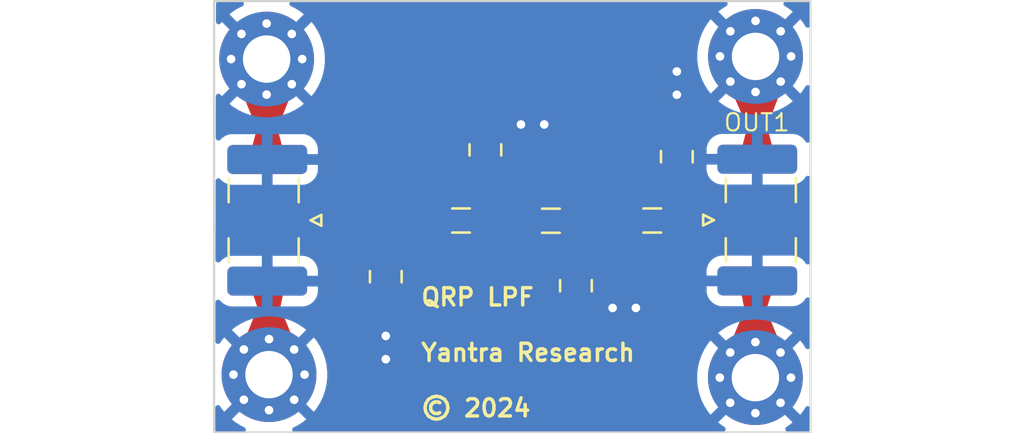
<source format=kicad_pcb>
(kicad_pcb
	(version 20241228)
	(generator "pcbnew")
	(generator_version "9.0")
	(general
		(thickness 1.6)
		(legacy_teardrops no)
	)
	(paper "A4")
	(layers
		(0 "F.Cu" signal)
		(2 "B.Cu" signal)
		(9 "F.Adhes" user "F.Adhesive")
		(11 "B.Adhes" user "B.Adhesive")
		(13 "F.Paste" user)
		(15 "B.Paste" user)
		(5 "F.SilkS" user "F.Silkscreen")
		(7 "B.SilkS" user "B.Silkscreen")
		(1 "F.Mask" user)
		(3 "B.Mask" user)
		(17 "Dwgs.User" user "User.Drawings")
		(19 "Cmts.User" user "User.Comments")
		(21 "Eco1.User" user "User.Eco1")
		(23 "Eco2.User" user "User.Eco2")
		(25 "Edge.Cuts" user)
		(27 "Margin" user)
		(31 "F.CrtYd" user "F.Courtyard")
		(29 "B.CrtYd" user "B.Courtyard")
		(35 "F.Fab" user)
		(33 "B.Fab" user)
		(39 "User.1" signal)
		(41 "User.2" signal)
		(43 "User.3" signal)
		(45 "User.4" signal)
		(47 "User.5" signal)
		(49 "User.6" signal)
		(51 "User.7" signal)
		(53 "User.8" signal)
		(55 "User.9" signal)
	)
	(setup
		(stackup
			(layer "F.SilkS"
				(type "Top Silk Screen")
			)
			(layer "F.Paste"
				(type "Top Solder Paste")
			)
			(layer "F.Mask"
				(type "Top Solder Mask")
				(thickness 0.01)
			)
			(layer "F.Cu"
				(type "copper")
				(thickness 0.035)
			)
			(layer "dielectric 1"
				(type "core")
				(thickness 1.51)
				(material "FR4")
				(epsilon_r 4.5)
				(loss_tangent 0.02)
			)
			(layer "B.Cu"
				(type "copper")
				(thickness 0.035)
			)
			(layer "B.Mask"
				(type "Bottom Solder Mask")
				(thickness 0.01)
			)
			(layer "B.Paste"
				(type "Bottom Solder Paste")
			)
			(layer "B.SilkS"
				(type "Bottom Silk Screen")
			)
			(copper_finish "None")
			(dielectric_constraints no)
		)
		(pad_to_mask_clearance 0)
		(allow_soldermask_bridges_in_footprints no)
		(tenting front back)
		(pcbplotparams
			(layerselection 0x000010fc_ffffffff)
			(plot_on_all_layers_selection 0x00000000_00000000)
			(disableapertmacros no)
			(usegerberextensions no)
			(usegerberattributes yes)
			(usegerberadvancedattributes yes)
			(creategerberjobfile yes)
			(dashed_line_dash_ratio 12.000000)
			(dashed_line_gap_ratio 3.000000)
			(svgprecision 4)
			(plotframeref no)
			(mode 1)
			(useauxorigin no)
			(hpglpennumber 1)
			(hpglpenspeed 20)
			(hpglpendiameter 15.000000)
			(pdf_front_fp_property_popups yes)
			(pdf_back_fp_property_popups yes)
			(pdf_metadata yes)
			(dxfpolygonmode yes)
			(dxfimperialunits yes)
			(dxfusepcbnewfont yes)
			(psnegative no)
			(psa4output no)
			(plotinvisibletext no)
			(sketchpadsonfab no)
			(plotpadnumbers no)
			(hidednponfab no)
			(sketchdnponfab yes)
			(crossoutdnponfab yes)
			(subtractmaskfromsilk no)
			(outputformat 1)
			(mirror no)
			(drillshape 1)
			(scaleselection 1)
			(outputdirectory "")
		)
	)
	(net 0 "")
	(net 1 "GND")
	(net 2 "Net-(IN1-In)")
	(net 3 "Net-(OUT1-In)")
	(net 4 "Net-(C2-Pad1)")
	(net 5 "Net-(C3-Pad1)")
	(footprint "Capacitor_SMD:C_0805_2012Metric_Pad1.18x1.45mm_HandSolder" (layer "F.Cu") (at 102.11 100.8775 -90))
	(pad "2" smd roundrect
		(at 1.0375 0 270)
		(size 1.175 1.45)
		(layers "F.Cu" "F.Mask" "F.Paste")
		(roundrect_rratio 0.212766)
		(net 1 "GND")
		(pintype "passive")
		(teardrops
			(best_length_ratio 0.5)
			(max_length 1)
			(best_width_ratio 1)
			(max_width 2)
			(curved_edges no)filter_ratio 0.9)
		(enabled yes)
		(allow_two_segments yes)
		(prefer_zone_connections yes)
	)
	(uuid "3103dcaa-ee52-4671-bdd2-7b7dbd49bcb6")
)
(embedded_fonts no)
(model "${KICAD8_3DMODEL_DIR}/Capacitor_SMD.3dshapes/C_0805_2012Metric.wrl"
	(offset
		(xyz 0 0 0)
	)
	(scale
		(xyz 1 1 1)
	)
	(rotate
		(xyz 0 0 0)
	)
)
)
(footprint "Capacitor_SMD:C_0805_2012Metric_Pad1.18x1.45mm_HandSolder" (layer "F.Cu") (at 97.91 94.57 90))
(pad "2" smd roundrect
	(at 1.0375 0 90)
	(size 1.175 1.45)
	(layers "F.Cu" "F.Mask" "F.Paste")
	(roundrect_rratio 0.212766)
	(net 1 "GND")
	(pintype "passive")
	(teardrops
		(best_length_ratio 0.5)
		(max_length 1)
		(best_width_ratio 1)
		(max_width 2)
		(curved_edges no)filter_ratio 0.9)
	(enabled yes)
	(allow_two_segments yes)
	(prefer_zone_connections yes)
)
(uuid "2a2d2210-d3c6-45bd-904f-ef6e282eb581")
)
(embedded_fonts no)
(model "${KICAD8_3DMODEL_DIR}/Capacitor_SMD.3dshapes/C_0805_2012Metric.wrl"
	(offset
		(xyz 0 0 0)
	)
	(scale
		(xyz 1 1 1)
	)
	(rotate
		(xyz 0 0 0)
	)
)
)
(footprint "Connector_Coaxial:SMA_Samtec_SMA-J-P-H-ST-EM1_EdgeMount" (layer "F.Cu") (at 110.77 97.83))
(pad "2" smd roundrect
	(at -0.25 -2.825 90)
	(size 1.35 3.7)
	(layers "F.Cu" "F.Mask")
	(roundrect_rratio 0.1851851852)
	(net 1 "GND")
	(pinfunction "Ext")
	(pintype "passive")
	(teardrops
		(best_length_ratio 0.5)
		(max_length 1)
		(best_width_ratio 1)
		(max_width 2)
		(curved_edges no)filter_ratio 0.9)
	(enabled yes)
	(allow_two_segments yes)
	(prefer_zone_connections yes)
)
(uuid "b5fdfbb1-558a-44cb-a1ed-af6d923ec9e4")
)
(pad "2" smd roundrect
	(at -0.25 -2.825 90)
	(size 1.35 3.7)
	(layers "B.Cu" "B.Mask")
	(roundrect_rratio 0.1851851852)
	(net 1 "GND")
	(pinfunction "Ext")
	(pintype "passive")
	(teardrops
		(best_length_ratio 0.5)
		(max_length 1)
		(best_width_ratio 1)
		(max_width 2)
		(curved_edges no)filter_ratio 0.9)
	(enabled yes)
	(allow_two_segments yes)
	(prefer_zone_connections yes)
)
(uuid "1335da2e-d832-421e-b9ba-3ccd23b4887b")
)
(pad "2" smd roundrect
	(at -0.25 2.825 90)
	(size 1.35 3.7)
	(layers "F.Cu" "F.Mask")
	(roundrect_rratio 0.1851851852)
	(net 1 "GND")
	(pinfunction "Ext")
	(pintype "passive")
	(teardrops
		(best_length_ratio 0.5)
		(max_length 1)
		(best_width_ratio 1)
		(max_width 2)
		(curved_edges no)filter_ratio 0.9)
	(enabled yes)
	(allow_two_segments yes)
	(prefer_zone_connections yes)
)
(uuid "6708fd2a-b69a-4118-9558-b45ec971e180")
)
(pad "2" smd roundrect
	(at -0.25 2.825 90)
	(size 1.35 3.7)
	(layers "B.Cu" "B.Mask")
	(roundrect_rratio 0.1851851852)
	(net 1 "GND")
	(pinfunction "Ext")
	(pintype "passive")
	(teardrops
		(best_length_ratio 0.5)
		(max_length 1)
		(best_width_ratio 1)
		(max_width 2)
		(curved_edges no)filter_ratio 0.9)
	(enabled yes)
	(allow_two_segments yes)
	(prefer_zone_connections yes)
)
(uuid "c36edd32-b3b9-41e4-9299-839621b0356b")
)
(embedded_fonts no)
(model "${KICAD8_3DMODEL_DIR}/Connector_Coaxial.3dshapes/SMA_Samtec_SMA-J-P-H-ST-EM1_EdgeMount.wrl"
	(offset
		(xyz 0 0 0)
	)
	(scale
		(xyz 1 1 1)
	)
	(rotate
		(xyz 0 0 0)
	)
)
)
(footprint "Connector_Coaxial:SMA_Samtec_SMA-J-P-H-ST-EM1_EdgeMount" (layer "F.Cu") (at 87.54 97.84 180))
(pad "2" smd roundrect
	(at -0.25 -2.825 270)
	(size 1.35 3.7)
	(layers "F.Cu" "F.Mask")
	(roundrect_rratio 0.1851851852)
	(net 1 "GND")
	(pinfunction "Ext")
	(pintype "passive")
	(teardrops
		(best_length_ratio 0.5)
		(max_length 1)
		(best_width_ratio 1)
		(max_width 2)
		(curved_edges no)filter_ratio 0.9)
	(enabled yes)
	(allow_two_segments yes)
	(prefer_zone_connections yes)
)
(uuid "32d157f2-2d70-4522-9287-e44119cb8673")
)
(pad "2" smd roundrect
	(at -0.25 -2.825 270)
	(size 1.35 3.7)
	(layers "B.Cu" "B.Mask")
	(roundrect_rratio 0.1851851852)
	(net 1 "GND")
	(pinfunction "Ext")
	(pintype "passive")
	(teardrops
		(best_length_ratio 0.5)
		(max_length 1)
		(best_width_ratio 1)
		(max_width 2)
		(curved_edges no)filter_ratio 0.9)
	(enabled yes)
	(allow_two_segments yes)
	(prefer_zone_connections yes)
)
(uuid "f1d2daae-99e3-4325-9703-c11e957da76b")
)
(pad "2" smd roundrect
	(at -0.25 2.825 270)
	(size 1.35 3.7)
	(layers "F.Cu" "F.Mask")
	(roundrect_rratio 0.1851851852)
	(net 1 "GND")
	(pinfunction "Ext")
	(pintype "passive")
	(teardrops
		(best_length_ratio 0.5)
		(max_length 1)
		(best_width_ratio 1)
		(max_width 2)
		(curved_edges no)filter_ratio 0.9)
	(enabled yes)
	(allow_two_segments yes)
	(prefer_zone_connections yes)
)
(uuid "f3c01c15-b9e4-4c53-a8ea-0c9624fabfee")
)
(pad "2" smd roundrect
	(at -0.25 2.825 270)
	(size 1.35 3.7)
	(layers "B.Cu" "B.Mask")
	(roundrect_rratio 0.1851851852)
	(net 1 "GND")
	(pinfunction "Ext")
	(pintype "passive")
	(teardrops
		(best_length_ratio 0.5)
		(max_length 1)
		(best_width_ratio 1)
		(max_width 2)
		(curved_edges no)filter_ratio 0.9)
	(enabled yes)
	(allow_two_segments yes)
	(prefer_zone_connections yes)
)
(uuid "3e2868aa-0455-4300-a07d-5584511b9886")
)
(embedded_fonts no)
(model "${KICAD8_3DMODEL_DIR}/Connector_Coaxial.3dshapes/SMA_Samtec_SMA-J-P-H-ST-EM1_EdgeMount.wrl"
	(offset
		(xyz 0 0 0)
	)
	(scale
		(xyz 1 1 1)
	)
	(rotate
		(xyz 0 0 0)
	)
)
)
(footprint "Capacitor_SMD:C_0805_2012Metric_Pad1.18x1.45mm_HandSolder" (layer "F.Cu") (at 106.79 94.8875 90))
(pad "2" smd roundrect
	(at 1.0375 0 90)
	(size 1.175 1.45)
	(layers "F.Cu" "F.Mask" "F.Paste")
	(roundrect_rratio 0.212766)
	(net 1 "GND")
	(pintype "passive")
	(teardrops
		(best_length_ratio 0.5)
		(max_length 1)
		(best_width_ratio 1)
		(max_width 2)
		(curved_edges no)filter_ratio 0.9)
	(enabled yes)
	(allow_two_segments yes)
	(prefer_zone_connections yes)
)
(uuid "34a85f96-26f3-41d0-ae33-0ee8665da9e9")
)
(embedded_fonts no)
(model "${KICAD8_3DMODEL_DIR}/Capacitor_SMD.3dshapes/C_0805_2012Metric.wrl"
	(offset
		(xyz 0 0 0)
	)
	(scale
		(xyz 1 1 1)
	)
	(rotate
		(xyz 0 0 0)
	)
)
)
(footprint "Inductor_SMD:L_0805_2012Metric_Pad1.05x1.20mm_HandSolder" (layer "F.Cu") (at 100.95 97.86))
(pad "2" smd roundrect
	(at 1.15 0)
	(size 1.05 1.2)
	(layers "F.Cu" "F.Mask" "F.Paste")
	(roundrect_rratio 0.238095)
	(net 5 "Net-(C3-Pad1)")
	(pintype "passive")
	(teardrops
		(best_length_ratio 0.5)
		(max_length 1)
		(best_width_ratio 1)
		(max_width 2)
		(curved_edges no)filter_ratio 0.9)
	(enabled yes)
	(allow_two_segments yes)
	(prefer_zone_connections yes)
)
(uuid "74f6fa62-626e-4054-a2df-388cf3eb2b8f")
)
(embedded_fonts no)
(model "${KICAD8_3DMODEL_DIR}/Inductor_SMD.3dshapes/L_0805_2012Metric.wrl"
	(offset
		(xyz 0 0 0)
	)
	(scale
		(xyz 1 1 1)
	)
	(rotate
		(xyz 0 0 0)
	)
)
)
(footprint "Capacitor_SMD:C_0805_2012Metric_Pad1.18x1.45mm_HandSolder" (layer "F.Cu") (at 93.29 100.46 -90))
(pad "2" smd roundrect
	(at 1.0375 0 270)
	(size 1.175 1.45)
	(layers "F.Cu" "F.Mask" "F.Paste")
	(roundrect_rratio 0.212766)
	(net 1 "GND")
	(pintype "passive")
	(teardrops
		(best_length_ratio 0.5)
		(max_length 1)
		(best_width_ratio 1)
		(max_width 2)
		(curved_edges no)filter_ratio 0.9)
	(enabled yes)
	(allow_two_segments yes)
	(prefer_zone_connections yes)
)
(uuid "e43a55bf-19ee-4f6a-8876-e0ce21c70390")
)
(embedded_fonts no)
(model "${KICAD8_3DMODEL_DIR}/Capacitor_SMD.3dshapes/C_0805_2012Metric.wrl"
	(offset
		(xyz 0 0 0)
	)
	(scale
		(xyz 1 1 1)
	)
	(rotate
		(xyz 0 0 0)
	)
)
)
(footprint "MountingHole:MountingHole_2.2mm_M2_Pad_Via" (layer "F.Cu") (at 87.873274 105.006726))
(pad "1" thru_hole circle
	(at -1.166726 -1.166726)
	(size 0.7 0.7)
	(drill 0.4)
	(layers "*.Cu" "*.Mask")
	(remove_unused_layers no)
	(net 1 "GND")
	(pinfunction "1")
	(pintype "input")
	(zone_connect 2)
	(teardrops
		(best_length_ratio 0.5)
		(max_length 1)
		(best_width_ratio 1)
		(max_width 2)
		(curved_edges no)filter_ratio 0.9)
	(enabled yes)
	(allow_two_segments yes)
	(prefer_zone_connections yes)
)
(uuid "d6491c82-458d-4ef0-92fe-dc969ba3e030")
)
(pad "1" thru_hole circle
	(at -1.166726 1.166726)
	(size 0.7 0.7)
	(drill 0.4)
	(layers "*.Cu" "*.Mask")
	(remove_unused_layers no)
	(net 1 "GND")
	(pinfunction "1")
	(pintype "input")
	(zone_connect 2)
	(teardrops
		(best_length_ratio 0.5)
		(max_length 1)
		(best_width_ratio 1)
		(max_width 2)
		(curved_edges no)filter_ratio 0.9)
	(enabled yes)
	(allow_two_segments yes)
	(prefer_zone_connections yes)
)
(uuid "f46bc4e1-b5ed-4a49-98cf-f51a5b24a7be")
)
(pad "1" thru_hole circle
	(at 0 -1.65)
	(size 0.7 0.7)
	(drill 0.4)
	(layers "*.Cu" "*.Mask")
	(remove_unused_layers no)
	(net 1 "GND")
	(pinfunction "1")
	(pintype "input")
	(zone_connect 2)
	(teardrops
		(best_length_ratio 0.5)
		(max_length 1)
		(best_width_ratio 1)
		(max_width 2)
		(curved_edges no)filter_ratio 0.9)
	(enabled yes)
	(allow_two_segments yes)
	(prefer_zone_connections yes)
)
(uuid "b09ff0a6-e717-4902-8efa-202c5e38984d")
)
(pad "1" thru_hole circle
	(at 0 0)
	(size 4.4 4.4)
	(drill 2.2)
	(layers "*.Cu" "*.Mask")
	(remove_unused_layers no)
	(net 1 "GND")
	(pinfunction "1")
	(pintype "input")
	(teardrops
		(best_length_ratio 0.5)
		(max_length 1)
		(best_width_ratio 1)
		(max_width 2)
		(curved_edges no)filter_ratio 0.9)
	(enabled yes)
	(allow_two_segments yes)
	(prefer_zone_connections yes)
)
(uuid "3516d9ee-ef3b-4e70-9db9-687b75c62f40")
)
(pad "1" thru_hole circle
	(at 0 1.65)
	(size 0.7 0.7)
	(drill 0.4)
	(layers "*.Cu" "*.Mask")
	(remove_unused_layers no)
	(net 1 "GND")
	(pinfunction "1")
	(pintype "input")
	(zone_connect 2)
	(teardrops
		(best_length_ratio 0.5)
		(max_length 1)
		(best_width_ratio 1)
		(max_width 2)
		(curved_edges no)filter_ratio 0.9)
	(enabled yes)
	(allow_two_segments yes)
	(prefer_zone_connections yes)
)
(uuid "77c7be30-9b51-47e5-84ae-533d81261e8a")
)
(pad "1" thru_hole circle
	(at 1.166726 -1.166726)
	(size 0.7 0.7)
	(drill 0.4)
	(layers "*.Cu" "*.Mask")
	(remove_unused_layers no)
	(net 1 "GND")
	(pinfunction "1")
	(pintype "input")
	(zone_connect 2)
	(teardrops
		(best_length_ratio 0.5)
		(max_length 1)
		(best_width_ratio 1)
		(max_width 2)
		(curved_edges no)filter_ratio 0.9)
	(enabled yes)
	(allow_two_segments yes)
	(prefer_zone_connections yes)
)
(uuid "4c0cbc79-80d0-4120-bf62-168398bc7ad5")
)
(pad "1" thru_hole circle
	(at 1.166726 1.166726)
	(size 0.7 0.7)
	(drill 0.4)
	(layers "*.Cu" "*.Mask")
	(remove_unused_layers no)
	(net 1 "GND")
	(pinfunction "1")
	(pintype "input")
	(zone_connect 2)
	(teardrops
		(best_length_ratio 0.5)
		(max_length 1)
		(best_width_ratio 1)
		(max_width 2)
		(curved_edges no)filter_ratio 0.9)
	(enabled yes)
	(allow_two_segments yes)
	(prefer_zone_connections yes)
)
(uuid "b3aa5c63-ac34-419e-a18f-385f545a98d2")
)
(pad "1" thru_hole circle
	(at 1.65 0)
	(size 0.7 0.7)
	(drill 0.4)
	(layers "*.Cu" "*.Mask")
	(remove_unused_layers no)
	(net 1 "GND")
	(pinfunction "1")
	(pintype "input")
	(zone_connect 2)
	(teardrops
		(best_length_ratio 0.5)
		(max_length 1)
		(best_width_ratio 1)
		(max_width 2)
		(curved_edges no)filter_ratio 0.9)
	(enabled yes)
	(allow_two_segments yes)
	(prefer_zone_connections yes)
)
(uuid "ea65e060-5226-4a55-ae91-66b00bda1bdc")
)
(embedded_fonts no)
)
(footprint "Inductor_SMD:L_0805_2012Metric_Pad1.05x1.20mm_HandSolder" (layer "F.Cu") (at 105.65 97.85))
(pad "2" smd roundrect
	(at 1.15 0)
	(size 1.05 1.2)
	(layers "F.Cu" "F.Mask" "F.Paste")
	(roundrect_rratio 0.238095)
	(net 3 "Net-(OUT1-In)")
	(pintype "passive")
	(teardrops
		(best_length_ratio 0.5)
		(max_length 1)
		(best_width_ratio 1)
		(max_width 2)
		(curved_edges no)filter_ratio 0.9)
	(enabled yes)
	(allow_two_segments yes)
	(prefer_zone_connections yes)
)
(uuid "a6b1bba4-fdc3-4969-90e3-795befebf768")
)
(embedded_fonts no)
(model "${KICAD8_3DMODEL_DIR}/Inductor_SMD.3dshapes/L_0805_2012Metric.wrl"
	(offset
		(xyz 0 0 0)
	)
	(scale
		(xyz 1 1 1)
	)
	(rotate
		(xyz 0 0 0)
	)
)
)
(footprint "MountingHole:MountingHole_2.2mm_M2_Pad_Via" (layer "F.Cu") (at 110.44 90.23))
(pad "1" thru_hole circle
	(at -1.166726 -1.166726)
	(size 0.7 0.7)
	(drill 0.4)
	(layers "*.Cu" "*.Mask")
	(remove_unused_layers no)
	(net 1 "GND")
	(pinfunction "1")
	(pintype "input")
	(zone_connect 2)
	(teardrops
		(best_length_ratio 0.5)
		(max_length 1)
		(best_width_ratio 1)
		(max_width 2)
		(curved_edges no)filter_ratio 0.9)
	(enabled yes)
	(allow_two_segments yes)
	(prefer_zone_connections yes)
)
(uuid "1a102ff9-33c0-40e6-b3cf-bd1f35155eaa")
)
(pad "1" thru_hole circle
	(at -1.166726 1.166726)
	(size 0.7 0.7)
	(drill 0.4)
	(layers "*.Cu" "*.Mask")
	(remove_unused_layers no)
	(net 1 "GND")
	(pinfunction "1")
	(pintype "input")
	(zone_connect 2)
	(teardrops
		(best_length_ratio 0.5)
		(max_length 1)
		(best_width_ratio 1)
		(max_width 2)
		(curved_edges no)filter_ratio 0.9)
	(enabled yes)
	(allow_two_segments yes)
	(prefer_zone_connections yes)
)
(uuid "1fe2ba05-286d-4815-879a-8eb6da6e34dc")
)
(pad "1" thru_hole circle
	(at 0 -1.65)
	(size 0.7 0.7)
	(drill 0.4)
	(layers "*.Cu" "*.Mask")
	(remove_unused_layers no)
	(net 1 "GND")
	(pinfunction "1")
	(pintype "input")
	(zone_connect 2)
	(teardrops
		(best_length_ratio 0.5)
		(max_length 1)
		(best_width_ratio 1)
		(max_width 2)
		(curved_edges no)filter_ratio 0.9)
	(enabled yes)
	(allow_two_segments yes)
	(prefer_zone_connections yes)
)
(uuid "df1285b1-b323-469d-9df2-6d7db26a8842")
)
(pad "1" thru_hole circle
	(at 0 0)
	(size 4.4 4.4)
	(drill 2.2)
	(layers "*.Cu" "*.Mask")
	(remove_unused_layers no)
	(net 1 "GND")
	(pinfunction "1")
	(pintype "input")
	(teardrops
		(best_length_ratio 0.5)
		(max_length 1)
		(best_width_ratio 1)
		(max_width 2)
		(curved_edges no)filter_ratio 0.9)
	(enabled yes)
	(allow_two_segments yes)
	(prefer_zone_connections yes)
)
(uuid "2f9fc355-ca9e-42b8-aa53-d5c0629d6c58")
)
(pad "1" thru_hole circle
	(at 0 1.65)
	(size 0.7 0.7)
	(drill 0.4)
	(layers "*.Cu" "*.Mask")
	(remove_unused_layers no)
	(net 1 "GND")
	(pinfunction "1")
	(pintype "input")
	(zone_connect 2)
	(teardrops
		(best_length_ratio 0.5)
		(max_length 1)
		(best_width_ratio 1)
		(max_width 2)
		(curved_edges no)filter_ratio 0.9)
	(enabled yes)
	(allow_two_segments yes)
	(prefer_zone_connections yes)
)
(uuid "1a1039a0-8577-4668-8a8a-d108119c2518")
)
(pad "1" thru_hole circle
	(at 1.166726 -1.166726)
	(size 0.7 0.7)
	(drill 0.4)
	(layers "*.Cu" "*.Mask")
	(remove_unused_layers no)
	(net 1 "GND")
	(pinfunction "1")
	(pintype "input")
	(zone_connect 2)
	(teardrops
		(best_length_ratio 0.5)
		(max_length 1)
		(best_width_ratio 1)
		(max_width 2)
		(curved_edges no)filter_ratio 0.9)
	(enabled yes)
	(allow_two_segments yes)
	(prefer_zone_connections yes)
)
(uuid "5d14c0c4-b4ef-4d47-b943-253a941e3378")
)
(pad "1" thru_hole circle
	(at 1.166726 1.166726)
	(size 0.7 0.7)
	(drill 0.4)
	(layers "*.Cu" "*.Mask")
	(remove_unused_layers no)
	(net 1 "GND")
	(pinfunction "1")
	(pintype "input")
	(zone_connect 2)
	(teardrops
		(best_length_ratio 0.5)
		(max_length 1)
		(best_width_ratio 1)
		(max_width 2)
		(curved_edges no)filter_ratio 0.9)
	(enabled yes)
	(allow_two_segments yes)
	(prefer_zone_connections yes)
)
(uuid "e4ab4367-74f2-44c5-8f36-984ef6b2dcc4")
)
(pad "1" thru_hole circle
	(at 1.65 0)
	(size 0.7 0.7)
	(drill 0.4)
	(layers "*.Cu" "*.Mask")
	(remove_unused_layers no)
	(net 1 "GND")
	(pinfunction "1")
	(pintype "input")
	(zone_connect 2)
	(teardrops
		(best_length_ratio 0.5)
		(max_length 1)
		(best_width_ratio 1)
		(max_width 2)
		(curved_edges no)filter_ratio 0.9)
	(enabled yes)
	(allow_two_segments yes)
	(prefer_zone_connections yes)
)
(uuid "7100cc18-af91-45e0-852e-73d55a249c6c")
)
(embedded_fonts no)
)
(footprint "Inductor_SMD:L_0805_2012Metric_Pad1.05x1.20mm_HandSolder" (layer "F.Cu") (at 96.78 97.85))
(pad "2" smd roundrect
	(at 1.15 0)
	(size 1.05 1.2)
	(layers "F.Cu" "F.Mask" "F.Paste")
	(roundrect_rratio 0.238095)
	(net 4 "Net-(C2-Pad1)")
	(pintype "passive")
	(teardrops
		(best_length_ratio 0.5)
		(max_length 1)
		(best_width_ratio 1)
		(max_width 2)
		(curved_edges no)filter_ratio 0.9)
	(enabled yes)
	(allow_two_segments yes)
	(prefer_zone_connections yes)
)
(uuid "7249c281-c68b-4ba4-8c58-f2e12390bded")
)
(embedded_fonts no)
(model "${KICAD8_3DMODEL_DIR}/Inductor_SMD.3dshapes/L_0805_2012Metric.wrl"
	(offset
		(xyz 0 0 0)
	)
	(scale
		(xyz 1 1 1)
	)
	(rotate
		(xyz 0 0 0)
	)
)
)
(footprint "MountingHole:MountingHole_2.2mm_M2_Pad_Via" (layer "F.Cu") (at 110.433274 105.146726))
(pad "1" thru_hole circle
	(at -1.166726 -1.166726)
	(size 0.7 0.7)
	(drill 0.4)
	(layers "*.Cu" "*.Mask")
	(remove_unused_layers no)
	(net 1 "GND")
	(pinfunction "1")
	(pintype "input")
	(zone_connect 2)
	(teardrops
		(best_length_ratio 0.5)
		(max_length 1)
		(best_width_ratio 1)
		(max_width 2)
		(curved_edges no)filter_ratio 0.9)
	(enabled yes)
	(allow_two_segments yes)
	(prefer_zone_connections yes)
)
(uuid "54d3d47d-4957-4591-aa9e-9135f02b3b61")
)
(pad "1" thru_hole circle
	(at -1.166726 1.166726)
	(size 0.7 0.7)
	(drill 0.4)
	(layers "*.Cu" "*.Mask")
	(remove_unused_layers no)
	(net 1 "GND")
	(pinfunction "1")
	(pintype "input")
	(zone_connect 2)
	(teardrops
		(best_length_ratio 0.5)
		(max_length 1)
		(best_width_ratio 1)
		(max_width 2)
		(curved_edges no)filter_ratio 0.9)
	(enabled yes)
	(allow_two_segments yes)
	(prefer_zone_connections yes)
)
(uuid "602b51b7-9baf-478c-824a-b1da39192caa")
)
(pad "1" thru_hole circle
	(at 0 -1.65)
	(size 0.7 0.7)
	(drill 0.4)
	(layers "*.Cu" "*.Mask")
	(remove_unused_layers no)
	(net 1 "GND")
	(pinfunction "1")
	(pintype "input")
	(zone_connect 2)
	(teardrops
		(best_length_ratio 0.5)
		(max_length 1)
		(best_width_ratio 1)
		(max_width 2)
		(curved_edges no)filter_ratio 0.9)
	(enabled yes)
	(allow_two_segments yes)
	(prefer_zone_connections yes)
)
(uuid "fe78d8c0-a6f2-4551-b424-dbd9ff5ab0cc")
)
(pad "1" thru_hole circle
	(at 0 0)
	(size 4.4 4.4)
	(drill 2.2)
	(layers "*.Cu" "*.Mask")
	(remove_unused_layers no)
	(net 1 "GND")
	(pinfunction "1")
	(pintype "input")
	(teardrops
		(best_length_ratio 0.5)
		(max_length 1)
		(best_width_ratio 1)
		(max_width 2)
		(curved_edges no)filter_ratio 0.9)
	(enabled yes)
	(allow_two_segments yes)
	(prefer_zone_connections yes)
)
(uuid "30772ef4-f261-4acb-9ff3-252bb597f668")
)
(pad "1" thru_hole circle
	(at 0 1.65)
	(size 0.7 0.7)
	(drill 0.4)
	(layers "*.Cu" "*.Mask")
	(remove_unused_layers no)
	(net 1 "GND")
	(pinfunction "1")
	(pintype "input")
	(zone_connect 2)
	(teardrops
		(best_length_ratio 0.5)
		(max_length 1)
		(best_width_ratio 1)
		(max_width 2)
		(curved_edges no)filter_ratio 0.9)
	(enabled yes)
	(allow_two_segments yes)
	(prefer_zone_connections yes)
)
(uuid "a79b751c-3ea8-4126-bbc1-a88342c7dfe3")
)
(pad "1" thru_hole circle
	(at 1.166726 -1.166726)
	(size 0.7 0.7)
	(drill 0.4)
	(layers "*.Cu" "*.Mask")
	(remove_unused_layers no)
	(net 1 "GND")
	(pinfunction "1")
	(pintype "input")
	(zone_connect 2)
	(teardrops
		(best_length_ratio 0.5)
		(max_length 1)
		(best_width_ratio 1)
		(max_width 2)
		(curved_edges no)filter_ratio 0.9)
	(enabled yes)
	(allow_two_segments yes)
	(prefer_zone_connections yes)
)
(uuid "884a2501-3aaf-45ab-b43c-603ee3784298")
)
(pad "1" thru_hole circle
	(at 1.166726 1.166726)
	(size 0.7 0.7)
	(drill 0.4)
	(layers "*.Cu" "*.Mask")
	(remove_unused_layers no)
	(net 1 "GND")
	(pinfunction "1")
	(pintype "input")
	(zone_connect 2)
	(teardrops
		(best_length_ratio 0.5)
		(max_length 1)
		(best_width_ratio 1)
		(max_width 2)
		(curved_edges no)filter_ratio 0.9)
	(enabled yes)
	(allow_two_segments yes)
	(prefer_zone_connections yes)
)
(uuid "6ac98363-987b-45dd-ab0b-f336ea80a297")
)
(pad "1" thru_hole circle
	(at 1.65 0)
	(size 0.7 0.7)
	(drill 0.4)
	(layers "*.Cu" "*.Mask")
	(remove_unused_layers no)
	(net 1 "GND")
	(pinfunction "1")
	(pintype "input")
	(zone_connect 2)
	(teardrops
		(best_length_ratio 0.5)
		(max_length 1)
		(best_width_ratio 1)
		(max_width 2)
		(curved_edges no)filter_ratio 0.9)
	(enabled yes)
	(allow_two_segments yes)
	(prefer_zone_connections yes)
)
(uuid "8517cd9e-77df-44e2-983d-f994ac1c1d55")
)
(embedded_fonts no)
)
(footprint "MountingHole:MountingHole_2.2mm_M2_Pad_Via" (layer "F.Cu") (at 87.763274 90.353274))
(pad "1" thru_hole circle
	(at -1.166726 -1.166726)
	(size 0.7 0.7)
	(drill 0.4)
	(layers "*.Cu" "*.Mask")
	(remove_unused_layers no)
	(net 1 "GND")
	(pinfunction "1")
	(pintype "input")
	(zone_connect 2)
	(teardrops
		(best_length_ratio 0.5)
		(max_length 1)
		(best_width_ratio 1)
		(max_width 2)
		(curved_edges no)filter_ratio 0.9)
	(enabled yes)
	(allow_two_segments yes)
	(prefer_zone_connections yes)
)
(uuid "0c7be20e-3924-4443-94a0-b6996c92962b")
)
(pad "1" thru_hole circle
	(at -1.166726 1.166726)
	(size 0.7 0.7)
	(drill 0.4)
	(layers "*.Cu" "*.Mask")
	(remove_unused_layers no)
	(net 1 "GND")
	(pinfunction "1")
	(pintype "input")
	(zone_connect 2)
	(teardrops
		(best_length_ratio 0.5)
		(max_length 1)
		(best_width_ratio 1)
		(max_width 2)
		(curved_edges no)filter_ratio 0.9)
	(enabled yes)
	(allow_two_segments yes)
	(prefer_zone_connections yes)
)
(uuid "47b6576c-c07a-45e2-a034-9584f9b15fba")
)
(pad "1" thru_hole circle
	(at 0 -1.65)
	(size 0.7 0.7)
	(drill 0.4)
	(layers "*.Cu" "*.Mask")
	(remove_unused_layers no)
	(net 1 "GND")
	(pinfunction "1")
	(pintype "input")
	(zone_connect 2)
	(teardrops
		(best_length_ratio 0.5)
		(max_length 1)
		(best_width_ratio 1)
		(max_width 2)
		(curved_edges no)filter_ratio 0.9)
	(enabled yes)
	(allow_two_segments yes)
	(prefer_zone_connections yes)
)
(uuid "0ca36395-9a42-4238-8e86-6c85f546afff")
)
(pad "1" thru_hole circle
	(at 0 0)
	(size 4.4 4.4)
	(drill 2.2)
	(layers "*.Cu" "*.Mask")
	(remove_unused_layers no)
	(net 1 "GND")
	(pinfunction "1")
	(pintype "input")
	(teardrops
		(best_length_ratio 0.5)
		(max_length 1)
		(best_width_ratio 1)
		(max_width 2)
		(curved_edges no)filter_ratio 0.9)
	(enabled yes)
	(allow_two_segments yes)
	(prefer_zone_connections yes)
)
(uuid "01193807-b31d-44ce-8629-6db26e7885df")
)
(pad "1" thru_hole circle
	(at 0 1.65)
	(size 0.7 0.7)
	(drill 0.4)
	(layers "*.Cu" "*.Mask")
	(remove_unused_layers no)
	(net 1 "GND")
	(pinfunction "1")
	(pintype "input")
	(zone_connect 2)
	(teardrops
		(best_length_ratio 0.5)
		(max_length 1)
		(best_width_ratio 1)
		(max_width 2)
		(curved_edges no)filter_ratio 0.9)
	(enabled yes)
	(allow_two_segments yes)
	(prefer_zone_connections yes)
)
(uuid "6a23ee67-bd8a-4e85-992c-0d03579819ff")
)
(pad "1" thru_hole circle
	(at 1.166726 -1.166726)
	(size 0.7 0.7)
	(drill 0.4)
	(layers "*.Cu" "*.Mask")
	(remove_unused_layers no)
	(net 1 "GND")
	(pinfunction "1")
	(pintype "input")
	(zone_connect 2)
	(teardrops
		(best_length_ratio 0.5)
		(max_length 1)
		(best_width_ratio 1)
		(max_width 2)
		(curved_edges no)filter_ratio 0.9)
	(enabled yes)
	(allow_two_segments yes)
	(prefer_zone_connections yes)
)
(uuid "dddadc3c-55e4-46e7-b8fa-5b9159d81b14")
)
(pad "1" thru_hole circle
	(at 1.166726 1.166726)
	(size 0.7 0.7)
	(drill 0.4)
	(layers "*.Cu" "*.Mask")
	(remove_unused_layers no)
	(net 1 "GND")
	(pinfunction "1")
	(pintype "input")
	(zone_connect 2)
	(teardrops
		(best_length_ratio 0.5)
		(max_length 1)
		(best_width_ratio 1)
		(max_width 2)
		(curved_edges no)filter_ratio 0.9)
	(enabled yes)
	(allow_two_segments yes)
	(prefer_zone_connections yes)
)
(uuid "12771d5f-84ac-4591-a414-5dcdb7b8a36d")
)
(pad "1" thru_hole circle
	(at 1.65 0)
	(size 0.7 0.7)
	(drill 0.4)
	(layers "*.Cu" "*.Mask")
	(remove_unused_layers no)
	(net 1 "GND")
	(pinfunction "1")
	(pintype "input")
	(zone_connect 2)
	(teardrops
		(best_length_ratio 0.5)
		(max_length 1)
		(best_width_ratio 1)
		(max_width 2)
		(curved_edges no)filter_ratio 0.9)
	(enabled yes)
	(allow_two_segments yes)
	(prefer_zone_connections yes)
)
(uuid "afebbeef-0f2f-4f80-8602-1945b1b9f629")
)
(embedded_fonts no)
)
(gr_rect
	(start 85.3267 87.66)
	(end 112.9867 107.69)
	(stroke
		(width 0.1)
		(type default)
	)
	(fill no)
	(layer "Edge.Cuts")
	(uuid "947428a0-ed4e-4ae7-a4b5-266d190eef2f")
)
(gr_text "QRP LPF\n\nYantra Research\n\n© 2024"
	(at 94.85 107.03 0)
	(layer "F.SilkS")
	(uuid "9c4344dc-a7ab-45de-b16f-fb6b0b2f223b")
	(effects
		(font
			(size 0.8 0.8)
			(thickness 0.16)
			(bold yes)
		)
		(justify left bottom)
	)
)
(segment
	(start 87.79 95.015)
	(end 87.79 92.03)
	(width 1)
	(layer "F.Cu")
	(net 1)
	(uuid "46d5d21e-b21b-4e5e-83cb-263e6ce52bba")
)
(segment
	(start 87.873274 105.006726)
	(end 87.873274 100.748274)
	(width 1)
	(layer "F.Cu")
	(net 1)
	(uuid "4820103d-cf31-444e-b564-7bbb100152a2")
)
(segment
	(start 110.52 95.005)
	(end 110.52 91.96)
	(width 1)
	(layer "F.Cu")
	(net 1)
	(uuid "50124e80-df08-4308-ab17-65f8f40243ab")
)
(segment
	(start 110.52 91.96)
	(end 110.44 91.88)
	(width 1)
	(layer "F.Cu")
	(net 1)
	(uuid "687ccb88-ce2e-4382-af06-2799c3dc80e3")
)
(segment
	(start 110.433274 105.146726)
	(end 110.433274 100.741726)
	(width 1)
	(layer "F.Cu")
	(net 1)
	(uuid "aa796643-2515-42bf-a346-f36f8c7bad1e")
)
(via
	(at 104.89 101.91)
	(size 0.8)
	(drill 0.4)
	(layers "F.Cu" "B.Cu")
	(free yes)
	(teardrops
		(best_length_ratio 0.5)
		(max_length 1)
		(best_width_ratio 1)
		(max_width 2)
		(curved_edges no)filter_ratio 0.9)
	(enabled yes)
	(allow_two_segments yes)
	(prefer_zone_connections yes)
)
(net 1)
(uuid "04bfaeb1-3d9b-4d04-b487-82614e6d4dd4")
)
(via
	(at 106.79 90.93)
	(size 0.8)
	(drill 0.4)
	(layers "F.Cu" "B.Cu")
	(free yes)
	(teardrops
		(best_length_ratio 0.5)
		(max_length 1)
		(best_width_ratio 1)
		(max_width 2)
		(curved_edges no)filter_ratio 0.9)
	(enabled yes)
	(allow_two_segments yes)
	(prefer_zone_connections yes)
)
(net 1)
(uuid "28024df7-3244-4a7b-819a-d26cab1a780c")
)
(via
	(at 106.79 92.01)
	(size 0.8)
	(drill 0.4)
	(layers "F.Cu" "B.Cu")
	(free yes)
	(teardrops
		(best_length_ratio 0.5)
		(max_length 1)
		(best_width_ratio 1)
		(max_width 2)
		(curved_edges no)filter_ratio 0.9)
	(enabled yes)
	(allow_two_segments yes)
	(prefer_zone_connections yes)
)
(net 1)
(uuid "2857cd65-f314-432d-8e2a-9f4e1a055347")
)
(via
	(at 99.56 93.39)
	(size 0.8)
	(drill 0.4)
	(layers "F.Cu" "B.Cu")
	(free yes)
	(teardrops
		(best_length_ratio 0.5)
		(max_length 1)
		(best_width_ratio 1)
		(max_width 2)
		(curved_edges no)filter_ratio 0.9)
	(enabled yes)
	(allow_two_segments yes)
	(prefer_zone_connections yes)
)
(net 1)
(uuid "45ea6393-24f8-425b-abe0-99d0c872a8b2")
)
(via
	(at 100.64 93.39)
	(size 0.8)
	(drill 0.4)
	(layers "F.Cu" "B.Cu")
	(free yes)
	(teardrops
		(best_length_ratio 0.5)
		(max_length 1)
		(best_width_ratio 1)
		(max_width 2)
		(curved_edges no)filter_ratio 0.9)
	(enabled yes)
	(allow_two_segments yes)
	(prefer_zone_connections yes)
)
(net 1)
(uuid "67b8ead6-d1db-4b59-bac8-b43e612e4afb")
)
(via
	(at 93.29 104.29)
	(size 0.8)
	(drill 0.4)
	(layers "F.Cu" "B.Cu")
	(free yes)
	(teardrops
		(best_length_ratio 0.5)
		(max_length 1)
		(best_width_ratio 1)
		(max_width 2)
		(curved_edges no)filter_ratio 0.9)
	(enabled yes)
	(allow_two_segments yes)
	(prefer_zone_connections yes)
)
(net 1)
(uuid "7da761fe-a6bb-4c17-b63a-e1d28da1ee49")
)
(via
	(at 93.29 103.21)
	(size 0.8)
	(drill 0.4)
	(layers "F.Cu" "B.Cu")
	(free yes)
	(teardrops
		(best_length_ratio 0.5)
		(max_length 1)
		(best_width_ratio 1)
		(max_width 2)
		(curved_edges no)filter_ratio 0.9)
	(enabled yes)
	(allow_two_segments yes)
	(prefer_zone_connections yes)
)
(net 1)
(uuid "893a2f33-e160-4e9d-bd11-13deafa76c44")
)
(via
	(at 103.81 101.91)
	(size 0.8)
	(drill 0.4)
	(layers "F.Cu" "B.Cu")
	(free yes)
	(teardrops
		(best_length_ratio 0.5)
		(max_length 1)
		(best_width_ratio 1)
		(max_width 2)
		(curved_edges no)filter_ratio 0.9)
	(enabled yes)
	(allow_two_segments yes)
	(prefer_zone_connections yes)
)
(net 1)
(uuid "b722ff50-41bd-4fac-a264-fb7bd1106817")
)
(segment
	(start 93.29 99.4225)
	(end 93.29 97.925)
	(width 1)
	(layer "F.Cu")
	(net 2)
	(uuid "23ba2270-0294-43ec-8c79-8e1bf19436ae")
)
(segment
	(start 93.29 97.925)
	(end 93.37 97.845)
	(width 1)
	(layer "F.Cu")
	(net 2)
	(uuid "7dcc094a-f01e-4b5c-a337-98722de84490")
)
(segment
	(start 93.37 97.845)
	(end 87.545 97.845)
	(width 1)
	(layer "F.Cu")
	(net 2)
	(uuid "ac1fdebe-315c-4d3e-8300-3fdb043a4e9d")
)
(segment
	(start 93.37 97.845)
	(end 95.625 97.845)
	(width 1)
	(layer "F.Cu")
	(net 2)
	(uuid "ba01cc74-403a-4037-9627-395e12290f81")
)
(segment
	(start 106.8 97.85)
	(end 110.75 97.85)
	(width 1)
	(layer "F.Cu")
	(net 3)
	(uuid "c7167ad0-0307-4a6b-a3a1-e2d65e607968")
)
(segment
	(start 106.8 97.85)
	(end 106.8 95.935)
	(width 1)
	(layer "F.Cu")
	(net 3)
	(uuid "e347a628-9077-4fba-8450-73fb5522c7ef")
)
(segment
	(start 97.93 97.85)
	(end 97.93 95.6275)
	(width 1)
	(layer "F.Cu")
	(net 4)
	(uuid "a747e6ec-6a69-40bf-a157-aa79edca1a2d")
)
(segment
	(start 97.93 97.85)
	(end 99.79 97.85)
	(width 1)
	(layer "F.Cu")
	(net 4)
	(uuid "bc8983fb-ec14-4b32-81e1-9e21b82f9532")
)
(segment
	(start 102.11 97.85)
	(end 104.5 97.85)
	(width 1)
	(layer "F.Cu")
	(net 5)
	(uuid "1c65ae83-0cab-46cc-a532-2050bf840cd4")
)
(segment
	(start 102.11 97.87)
	(end 102.11 99.84)
	(width 1)
	(layer "F.Cu")
	(net 5)
	(uuid "6c33957c-664c-4b84-99e6-12c5955d9829")
)
(zone
	(net 1)
	(net_name "GND")
	(layer "F.Cu")
	(uuid "05bb57f2-4c97-4fab-9bcf-0da650130588")
	(hatch edge 0.5)
	(connect_pads yes
		(clearance 0)
	)
	(min_thickness 0.25)
	(filled_areas_thickness no)
	(fill yes
		(thermal_gap 0.5)
		(thermal_bridge_width 0.5)
	)
	(polygon
		(pts
			(xy 105.75 101.27) (xy 101.5 101.27) (xy 101.5 102.52) (xy 105.75 102.52)
		)
	)
	(filled_polygon
		(layer "F.Cu")
		(pts
			(xy 105.693039 101.289685) (xy 105.738794 101.342489) (xy 105.75 101.394) (xy 105.75 102.396) (xy 105.730315 102.463039)
			(xy 105.677511 102.508794) (xy 105.626 102.52) (xy 101.624 102.52) (xy 101.556961 102.500315) (xy 101.511206 102.447511)
			(xy 101.5 102.396) (xy 101.5 101.394) (xy 101.519685 101.326961) (xy 101.572489 101.281206) (xy 101.624 101.27)
			(xy 105.626 101.27)
		)
	)
)
(zone
	(net 5)
	(net_name "Net-(C3-Pad1)")
	(layer "F.Cu")
	(uuid "1b38d879-8eb2-4f06-8dd4-1f58f4a4282c")
	(name "$teardrop_padvia$")
	(hatch full 0.1)
	(priority 30012)
	(attr
		(teardrop
			(type padvia)
		)
	)
	(connect_pads yes
		(clearance 0)
	)
	(min_thickness 0.0254)
	(filled_areas_thickness no)
	(fill yes
		(thermal_gap 0.5)
		(thermal_bridge_width 0.5)
		(island_removal_mode 1)
		(island_area_min 10)
	)
	(polygon
		(pts
			(xy 102.61 98.665) (xy 101.61 98.665) (xy 101.5225 99.282774) (xy 102.11 99.841) (xy 102.6975 99.282774)
		)
	)
	(filled_polygon
		(layer "F.Cu")
		(pts
			(xy 102.608114 98.668427) (xy 102.611425 98.675059) (xy 102.696654 99.276803) (xy 102.694422 99.285475)
			(xy 102.693129 99.286926) (xy 102.118059 99.833342) (xy 102.109701 99.836556) (xy 102.101941 99.833342)
			(xy 101.52687 99.286926) (xy 101.523233 99.278743) (xy 101.523344 99.276811) (xy 101.608575 98.675058)
			(xy 101.613128 98.667348) (xy 101.620159 98.665) (xy 102.599841 98.665)
		)
	)
)
(zone
	(net 1)
	(net_name "GND")
	(layer "F.Cu")
	(uuid "1d0bf156-3a7a-4efc-a2bd-ebeb4465f5b7")
	(hatch edge 0.5)
	(connect_pads yes
		(clearance 0)
	)
	(min_thickness 0.25)
	(filled_areas_thickness no)
	(fill yes
		(thermal_gap 0.5)
		(thermal_bridge_width 0.5)
	)
	(polygon
		(pts
			(xy 106.15 90.07) (xy 106.15 94.32) (xy 107.4 94.32) (xy 107.4 90.07)
		)
	)
	(filled_polygon
		(layer "F.Cu")
		(pts
			(xy 107.343039 90.089685) (xy 107.388794 90.142489) (xy 107.4 90.194) (xy 107.4 94.196) (xy 107.380315 94.263039)
			(xy 107.327511 94.308794) (xy 107.276 94.32) (xy 106.274 94.32) (xy 106.206961 94.300315) (xy 106.161206 94.247511)
			(xy 106.15 94.196) (xy 106.15 90.194) (xy 106.169685 90.126961) (xy 106.222489 90.081206) (xy 106.274 90.07)
			(xy 107.276 90.07)
		)
	)
)
(zone
	(net 0)
	(net_name "")
	(layer "F.Cu")
	(uuid "236db8d3-eaf6-4ca9-bbec-e2c4e7ab01f4")
	(hatch edge 0.5)
	(connect_pads
		(clearance 0)
	)
	(min_thickness 0.25)
	(filled_areas_thickness no)
	(keepout
		(tracks allowed)
		(vias allowed)
		(pads allowed)
		(copperpour not_allowed)
		(footprints allowed)
	)
	(placement
		(enabled no)
		(sheetname "")
	)
	(fill
		(thermal_gap 0.5)
		(thermal_bridge_width 0.5)
	)
	(polygon
		(pts
			(xy 84.98 95.845) (xy 89.95 95.845) (xy 89.95 99.845) (xy 84.98 99.845)
		)
	)
)
(zone
	(net 4)
	(net_name "Net-(C2-Pad1)")
	(layer "F.Cu")
	(uuid "26548ee4-a6d1-4014-a6e7-eb343684842a")
	(name "$teardrop_padvia$")
	(hatch full 0.1)
	(priority 30010)
	(attr
		(teardrop
			(type padvia)
		)
	)
	(connect_pads yes
		(clearance 0)
	)
	(min_thickness 0.0254)
	(filled_areas_thickness no)
	(fill yes
		(thermal_gap 0.5)
		(thermal_bridge_width 0.5)
		(island_removal_mode 1)
		(island_area_min 10)
	)
	(polygon
		(pts
			(xy 97.43 96.7825) (xy 98.43 96.7825) (xy 98.50697 96.158397) (xy 97.91 95.6065) (xy 97.332016 96.171084)
		)
	)
	(filled_polygon
		(layer "F.Cu")
		(pts
			(xy 97.918164 95.614048) (xy 98.502566 96.154325) (xy 98.506315 96.162457) (xy 98.506236 96.164348)
			(xy 98.431266 96.772232) (xy 98.426852 96.780024) (xy 98.419654 96.7825) (xy 97.439975 96.7825) (xy 97.431702 96.779073)
			(xy 97.428422 96.772651) (xy 97.332975 96.177069) (xy 97.33505 96.168358) (xy 97.336349 96.166851)
			(xy 97.902047 95.614268) (xy 97.910359 95.61094)
		)
	)
)
(zone
	(net 3)
	(net_name "Net-(OUT1-In)")
	(layer "F.Cu")
	(uuid "30342904-02bc-4392-a022-1f214ed97b8f")
	(name "$teardrop_padvia$")
	(hatch full 0.1)
	(priority 30005)
	(attr
		(teardrop
			(type padvia)
		)
	)
	(connect_pads yes
		(clearance 0)
	)
	(min_thickness 0.0254)
	(filled_areas_thickness no)
	(fill yes
		(thermal_gap 0.5)
		(thermal_bridge_width 0.5)
		(island_removal_mode 1)
		(island_area_min 10)
	)
	(polygon
		(pts
			(xy 108.535 97.35) (xy 108.535 98.35) (xy 109.42 98.465) (xy 110.771 97.83) (xy 109.356524 97.207626)
		)
	)
	(filled_polygon
		(layer "F.Cu")
		(pts
			(xy 109.359752 97.209046) (xy 110.537591 97.727299) (xy 110.747459 97.819642) (xy 110.753651 97.82611)
			(xy 110.753456 97.835063) (xy 110.747724 97.84094) (xy 109.423092 98.463546) (xy 109.416607 98.464559)
			(xy 108.545192 98.351324) (xy 108.53743 98.34686) (xy 108.535 98.339722) (xy 108.535 97.359846) (xy 108.538427 97.351573)
			(xy 108.5447 97.348318) (xy 109.353048 97.208228)
		)
	)
)
(zone
	(net 1)
	(net_name "GND")
	(layer "F.Cu")
	(uuid "3b7ff242-59d0-4b7b-82c6-4ef0664b2f3d")
	(name "$teardrop_padvia$")
	(hatch full 0.1)
	(priority 30000)
	(attr
		(teardrop
			(type padvia)
		)
	)
	(connect_pads yes
		(clearance 0)
	)
	(min_thickness 0.0254)
	(filled_areas_thickness no)
	(fill yes
		(thermal_gap 0.5)
		(thermal_bridge_width 0.5)
		(island_removal_mode 1)
		(island_area_min 10)
	)
	(polygon
		(pts
			(xy 110.02 93.411179) (xy 111.02 93.411179) (xy 111.488441 92.14329) (xy 110.44 90.229) (xy 109.489227 92.199679)
		)
	)
	(filled_polygon
		(layer "F.Cu")
		(pts
			(xy 110.445743 90.244022) (xy 110.450921 90.24894) (xy 111.48588 92.138615) (xy 111.486848 92.147517)
			(xy 111.486593 92.14829) (xy 111.022825 93.403534) (xy 111.016743 93.410107) (xy 111.01185 93.411179)
			(xy 110.027648 93.411179) (xy 110.019375 93.407752) (xy 110.016931 93.404174) (xy 109.491387 92.204609)
			(xy 109.491206 92.195656) (xy 109.491566 92.19483) (xy 109.518688 92.138615) (xy 110.430121 90.249475)
			(xy 110.436803 90.243514)
		)
	)
)
(zone
	(net 1)
	(net_name "GND")
	(layer "F.Cu")
	(uuid "4c874b28-ddb5-4ef3-83ba-d6470d137b3f")
	(name "$teardrop_padvia$")
	(hatch full 0.1)
	(priority 30003)
	(attr
		(teardrop
			(type padvia)
		)
	)
	(connect_pads yes
		(clearance 0)
	)
	(min_thickness 0.0254)
	(filled_areas_thickness no)
	(fill yes
		(thermal_gap 0.5)
		(thermal_bridge_width 0.5)
		(island_removal_mode 1)
		(island_area_min 10)
	)
	(polygon
		(pts
			(xy 88.373274 101.825547) (xy 87.373274 101.825547) (xy 86.873274 103.065467) (xy 87.873274 105.007726)
			(xy 88.873274 103.065467)
		)
	)
	(filled_polygon
		(layer "F.Cu")
		(pts
			(xy 88.373649 101.828974) (xy 88.376227 101.832871) (xy 88.87127 103.060498) (xy 88.871186 103.069453)
			(xy 88.870821 103.07023) (xy 87.883676 104.987522) (xy 87.876842 104.993309) (xy 87.867918 104.992568)
			(xy 87.862872 104.987522) (xy 86.875726 103.07023) (xy 86.874985 103.061306) (xy 86.87527 103.060516)
			(xy 87.370321 101.832871) (xy 87.376593 101.82648) (xy 87.381172 101.825547) (xy 88.365376 101.825547)
		)
	)
)
(zone
	(net 1)
	(net_name "GND")
	(layer "F.Cu")
	(uuid "553bddbf-f177-4f4a-93a3-b651b0bdf17f")
	(name "$teardrop_padvia$")
	(hatch full 0.1)
	(priority 30008)
	(attr
		(teardrop
			(type padvia)
		)
	)
	(connect_pads yes
		(clearance 0)
	)
	(min_thickness 0.0254)
	(filled_areas_thickness no)
	(fill yes
		(thermal_gap 0.5)
		(thermal_bridge_width 0.5)
		(island_removal_mode 1)
		(island_area_min 10)
	)
	(polygon
		(pts
			(xy 111.02 93.655) (xy 110.02 93.655) (xy 109.845 94.33) (xy 110.52 95.006) (xy 111.195 94.33)
		)
	)
	(filled_polygon
		(layer "F.Cu")
		(pts
			(xy 111.019219 93.658427) (xy 111.022272 93.663764) (xy 111.193322 94.323528) (xy 111.192081 94.332396)
			(xy 111.190275 94.334731) (xy 110.528279 94.997708) (xy 110.520009 95.001141) (xy 110.511733 94.99772)
			(xy 110.511721 94.997708) (xy 109.849724 94.334731) (xy 109.846303 94.326455) (xy 109.846676 94.323535)
			(xy 110.017728 93.663764) (xy 110.023122 93.656615) (xy 110.029054 93.655) (xy 111.010946 93.655)
		)
	)
)
(zone
	(net 1)
	(net_name "GND")
	(layer "F.Cu")
	(uuid "99b24846-e6f4-416b-8fe5-521cd8a39802")
	(name "$teardrop_padvia$")
	(hatch full 0.1)
	(priority 30009)
	(attr
		(teardrop
			(type padvia)
		)
	)
	(connect_pads yes
		(clearance 0)
	)
	(min_thickness 0.0254)
	(filled_areas_thickness no)
	(fill yes
		(thermal_gap 0.5)
		(thermal_bridge_width 0.5)
		(island_removal_mode 1)
		(island_area_min 10)
	)
	(polygon
		(pts
			(xy 88.29 93.665) (xy 87.29 93.665) (xy 87.115 94.34) (xy 87.79 95.016) (xy 88.465 94.34)
		)
	)
	(filled_polygon
		(layer "F.Cu")
		(pts
			(xy 88.289219 93.668427) (xy 88.292272 93.673764) (xy 88.463322 94.333528) (xy 88.462081 94.342396)
			(xy 88.460275 94.344731) (xy 87.798279 95.007708) (xy 87.790009 95.011141) (xy 87.781733 95.00772)
			(xy 87.781721 95.007708) (xy 87.119724 94.344731) (xy 87.116303 94.336455) (xy 87.116676 94.333535)
			(xy 87.287728 93.673764) (xy 87.293122 93.666615) (xy 87.299054 93.665) (xy 88.280946 93.665)
		)
	)
)
(zone
	(net 1)
	(net_name "GND")
	(layer "F.Cu")
	(uuid "a01c9cdf-b674-4f82-92da-461a9775af42")
	(hatch edge 0.5)
	(connect_pads yes
		(clearance 0)
	)
	(min_thickness 0.25)
	(filled_areas_thickness no)
	(fill yes
		(thermal_gap 0.5)
		(thermal_bridge_width 0.5)
	)
	(polygon
		(pts
			(xy 101.5 92.75) (xy 97.25 92.75) (xy 97.25 94) (xy 101.5 94)
		)
	)
	(filled_polygon
		(layer "F.Cu")
		(pts
			(xy 101.443039 92.769685) (xy 101.488794 92.822489) (xy 101.5 92.874) (xy 101.5 93.876) (xy 101.480315 93.943039)
			(xy 101.427511 93.988794) (xy 101.376 94) (xy 97.374 94) (xy 97.306961 93.980315) (xy 97.261206 93.927511)
			(xy 97.25 93.876) (xy 97.25 92.874) (xy 97.269685 92.806961) (xy 97.322489 92.761206) (xy 97.374 92.75)
			(xy 101.376 92.75)
		)
	)
)
(zone
	(net 2)
	(net_name "Net-(IN1-In)")
	(layer "F.Cu")
	(uuid "bde993d7-ca33-4466-8f69-3e9c8c2bf622")
	(name "$teardrop_padvia$")
	(hatch full 0.1)
	(priority 30013)
	(attr
		(teardrop
			(type padvia)
		)
	)
	(connect_pads yes
		(clearance 0)
	)
	(min_thickness 0.0254)
	(filled_areas_thickness no)
	(fill yes
		(thermal_gap 0.5)
		(thermal_bridge_width 0.5)
		(island_removal_mode 1)
		(island_area_min 10)
	)
	(polygon
		(pts
			(xy 93.79 98.2475) (xy 92.79 98.2475) (xy 92.7025 98.865274) (xy 93.29 99.4235) (xy 93.8775 98.865274)
		)
	)
	(filled_polygon
		(layer "F.Cu")
		(pts
			(xy 93.788114 98.250927) (xy 93.791425 98.257559) (xy 93.876654 98.859303) (xy 93.874422 98.867975)
			(xy 93.873129 98.869426) (xy 93.298059 99.415842) (xy 93.289701 99.419056) (xy 93.281941 99.415842)
			(xy 92.70687 98.869426) (xy 92.703233 98.861243) (xy 92.703344 98.859311) (xy 92.788575 98.257558)
			(xy 92.793128 98.249848) (xy 92.800159 98.2475) (xy 93.779841 98.2475)
		)
	)
)
(zone
	(net 1)
	(net_name "GND")
	(layer "F.Cu")
	(uuid "be20fa5b-6e38-447c-a040-98347e3111ab")
	(name "$teardrop_padvia$")
	(hatch full 0.1)
	(priority 30002)
	(attr
		(teardrop
			(type padvia)
		)
	)
	(connect_pads yes
		(clearance 0)
	)
	(min_thickness 0.0254)
	(filled_areas_thickness no)
	(fill yes
		(thermal_gap 0.5)
		(thermal_bridge_width 0.5)
		(island_removal_mode 1)
		(island_area_min 10)
	)
	(polygon
		(pts
			(xy 110.933274 101.965547) (xy 109.933274 101.965547) (xy 109.433274 103.205467) (xy 110.433274 105.147726)
			(xy 111.433274 103.205467)
		)
	)
	(filled_polygon
		(layer "F.Cu")
		(pts
			(xy 110.933649 101.968974) (xy 110.936227 101.972871) (xy 111.43127 103.200498) (xy 111.431186 103.209453)
			(xy 111.430821 103.21023) (xy 110.443676 105.127522) (xy 110.436842 105.133309) (xy 110.427918 105.132568)
			(xy 110.422872 105.127522) (xy 109.435726 103.21023) (xy 109.434985 103.201306) (xy 109.43527 103.200516)
			(xy 109.930321 101.972871) (xy 109.936593 101.96648) (xy 109.941172 101.965547) (xy 110.925376 101.965547)
		)
	)
)
(zone
	(net 1)
	(net_name "GND")
	(layer "F.Cu")
	(uuid "c42d78b8-b75e-42d2-81be-eb6bbc1f257e")
	(name "$teardrop_padvia$")
	(hatch full 0.1)
	(priority 30006)
	(attr
		(teardrop
			(type padvia)
		)
	)
	(connect_pads yes
		(clearance 0)
	)
	(min_thickness 0.0254)
	(filled_areas_thickness no)
	(fill yes
		(thermal_gap 0.5)
		(thermal_bridge_width 0.5)
		(island_removal_mode 1)
		(island_area_min 10)
	)
	(polygon
		(pts
			(xy 109.933274 102.005) (xy 110.933274 102.005) (xy 111.152994 101.33) (xy 110.52 100.654) (xy 109.800216 101.33)
		)
	)
	(filled_polygon
		(layer "F.Cu")
		(pts
			(xy 110.527996 100.662539) (xy 110.528008 100.662552) (xy 111.148269 101.324954) (xy 111.151423 101.333335)
			(xy 111.150854 101.336572) (xy 110.935904 101.996921) (xy 110.930085 102.003728) (xy 110.924779 102.005)
			(xy 109.942893 102.005) (xy 109.93462 102.001573) (xy 109.931414 101.995563) (xy 109.801511 101.336572)
			(xy 109.801468 101.336353) (xy 109.80323 101.327576) (xy 109.804932 101.32557) (xy 110.51146 100.66202)
			(xy 110.519835 100.658855)
		)
	)
)
(zone
	(net 1)
	(net_name "GND")
	(layer "F.Cu")
	(uuid "c9cf02cf-122a-4a62-b404-222411562f7d")
	(name "$teardrop_padvia$")
	(hatch full 0.1)
	(priority 30007)
	(attr
		(teardrop
			(type padvia)
		)
	)
	(connect_pads yes
		(clearance 0)
	)
	(min_thickness 0.0254)
	(filled_areas_thickness no)
	(fill yes
		(thermal_gap 0.5)
		(thermal_bridge_width 0.5)
		(island_removal_mode 1)
		(island_area_min 10)
	)
	(polygon
		(pts
			(xy 87.373274 102.015) (xy 88.373274 102.015) (xy 88.507948 101.34) (xy 87.79 100.664) (xy 87.155387 101.34)
		)
	)
	(filled_polygon
		(layer "F.Cu")
		(pts
			(xy 87.798517 100.672019) (xy 88.448858 101.284363) (xy 88.503225 101.335553) (xy 88.506899 101.343719)
			(xy 88.506678 101.34636) (xy 88.375152 102.005589) (xy 88.370173 102.013032) (xy 88.363678 102.015)
			(xy 87.381791 102.015) (xy 87.373518 102.011573) (xy 87.370657 102.006894) (xy 87.157507 101.346569)
			(xy 87.158226 101.337643) (xy 87.160108 101.33497) (xy 87.781981 100.672541) (xy 87.790141 100.668856)
		)
	)
)
(zone
	(net 2)
	(net_name "Net-(IN1-In)")
	(layer "F.Cu")
	(uuid "e5ccef22-b132-4d05-b955-10b30993eee5")
	(name "$teardrop_padvia$")
	(hatch full 0.1)
	(priority 30004)
	(attr
		(teardrop
			(type padvia)
		)
	)
	(connect_pads yes
		(clearance 0)
	)
	(min_thickness 0.0254)
	(filled_areas_thickness no)
	(fill yes
		(thermal_gap 0.5)
		(thermal_bridge_width 0.5)
		(island_removal_mode 1)
		(island_area_min 10)
	)
	(polygon
		(pts
			(xy 89.775 98.345) (xy 89.775 97.345) (xy 88.905354 97.208054) (xy 87.539 97.84) (xy 88.89 98.475)
		)
	)
	(filled_polygon
		(layer "F.Cu")
		(pts
			(xy 89.76512 97.343444) (xy 89.772759 97.348116) (xy 89.775 97.355002) (xy 89.775 98.334892) (xy 89.771573 98.343165)
			(xy 89.765 98.346468) (xy 88.893487 98.474487) (xy 88.88681 98.4735) (xy 87.955183 98.035615) (xy 87.561708 97.850673)
			(xy 87.555679 97.844053) (xy 87.556097 97.835108) (xy 87.561774 97.829466) (xy 88.90213 97.209544)
			(xy 88.908859 97.208606)
		)
	)
)
(zone
	(net 3)
	(net_name "Net-(OUT1-In)")
	(layer "F.Cu")
	(uuid "e86aba9f-d942-4688-9ed1-73b0ebc74e14")
	(name "$teardrop_padvia$")
	(hatch full 0.1)
	(priority 30011)
	(attr
		(teardrop
			(type padvia)
		)
	)
	(connect_pads yes
		(clearance 0)
	)
	(min_thickness 0.0254)
	(filled_areas_thickness no)
	(fill yes
		(thermal_gap 0.5)
		(thermal_bridge_width 0.5)
		(island_removal_mode 1)
		(island_area_min 10)
	)
	(polygon
		(pts
			(xy 106.3 97.1) (xy 107.3 97.1) (xy 107.382241 96.479057) (xy 106.79 95.924) (xy 106.207252 96.4854)
		)
	)
	(filled_polygon
		(layer "F.Cu")
		(pts
			(xy 106.798111 95.931602) (xy 106.991528 96.112875) (xy 107.377853 96.474944) (xy 107.381546 96.483102)
			(xy 107.381451 96.485017) (xy 107.301346 97.089836) (xy 107.296862 97.097588) (xy 107.289747 97.1)
			(xy 106.310067 97.1) (xy 106.301794 97.096573) (xy 106.298498 97.090046) (xy 106.208154 96.491377)
			(xy 106.210308 96.482685) (xy 106.211603 96.481208) (xy 106.781994 95.931712) (xy 106.790328 95.928441)
		)
	)
)
(zone
	(net 1)
	(net_name "GND")
	(layer "F.Cu")
	(uuid "ef1cfa6e-3b7f-4ced-9e06-06b61c74ebbd")
	(name "$teardrop_padvia$")
	(hatch full 0.1)
	(priority 30001)
	(attr
		(teardrop
			(type padvia)
		)
	)
	(connect_pads yes
		(clearance 0)
	)
	(min_thickness 0.0254)
	(filled_areas_thickness no)
	(fill yes
		(thermal_gap 0.5)
		(thermal_bridge_width 0.5)
		(island_removal_mode 1)
		(island_area_min 10)
	)
	(polygon
		(pts
			(xy 87.29 93.534453) (xy 88.29 93.534453) (xy 88.779542 92.285139) (xy 87.763274 90.352274) (xy 86.77963 92.303975)
		)
	)
	(filled_polygon
		(layer "F.Cu")
		(pts
			(xy 87.76876 90.367385) (xy 87.77385 90.372388) (xy 88.777052 92.280404) (xy 88.777869 92.289322)
			(xy 88.77759 92.290118) (xy 88.292912 93.527022) (xy 88.286703 93.533474) (xy 88.282018 93.534453)
			(xy 87.297814 93.534453) (xy 87.289541 93.531026) (xy 87.287007 93.527236) (xy 86.781686 92.308932)
			(xy 86.781681 92.299977) (xy 86.782045 92.299183) (xy 86.789123 92.285139) (xy 87.753046 90.372566)
			(xy 87.75983 90.366722)
		)
	)
)
(zone
	(net 1)
	(net_name "GND")
	(layer "F.Cu")
	(uuid "fc454deb-e179-4177-9de4-8fa515e69bf4")
	(hatch edge 0.5)
	(connect_pads yes
		(clearance 0)
	)
	(min_thickness 0.25)
	(filled_areas_thickness no)
	(fill yes
		(thermal_gap 0.5)
		(thermal_bridge_width 0.5)
	)
	(polygon
		(pts
			(xy 93.93 105.15) (xy 93.93 100.9) (xy 92.68 100.9) (xy 92.68 105.15)
		)
	)
	(filled_polygon
		(layer "F.Cu")
		(pts
			(xy 93.873039 100.919685) (xy 93.918794 100.972489) (xy 93.93 101.024) (xy 93.93 105.026) (xy 93.910315 105.093039)
			(xy 93.857511 105.138794) (xy 93.806 105.15) (xy 92.804 105.15) (xy 92.736961 105.130315) (xy 92.691206 105.077511)
			(xy 92.68 105.026) (xy 92.68 101.024) (xy 92.699685 100.956961) (xy 92.752489 100.911206) (xy 92.804 100.9)
			(xy 93.806 100.9)
		)
	)
)
(zone
	(net 1)
	(net_name "GND")
	(layer "B.Cu")
	(uuid "863426ae-6c11-4061-b7a0-c3a9b86f982c")
	(hatch edge 0.5)
	(priority 1)
	(connect_pads
		(clearance 0.5)
	)
	(min_thickness 0.25)
	(filled_areas_thickness no)
	(fill yes
		(thermal_gap 0.5)
		(thermal_bridge_width 0.5)
	)
	(polygon
		(pts
			(xy 85.413976 87.658801) (xy 85.376223 107.705337) (xy 113.04787 107.656225) (xy 113.085623 87.609689)
		)
	)
	(filled_polygon
		(layer "B.Cu")
		(pts
			(xy 87.034241 105.723328) (xy 87.156672 105.845759) (xy 87.290536 105.943016) (xy 86.148699 107.084853)
			(xy 86.308401 107.21221) (xy 86.565177 107.373553) (xy 86.731769 107.45378) (xy 86.783628 107.500603)
			(xy 86.801941 107.56803) (xy 86.780893 107.634654) (xy 86.727167 107.679322) (xy 86.677967 107.6895)
			(xy 85.500487 107.6895) (xy 85.433448 107.669815) (xy 85.387693 107.617011) (xy 85.376487 107.565267)
			(xy 85.377128 107.224852) (xy 85.378415 106.541237) (xy 85.398225 106.474239) (xy 85.451115 106.428584)
			(xy 85.520292 106.418771) (xy 85.583793 106.447915) (xy 85.607408 106.475503) (xy 85.667789 106.571598)
			(xy 85.795145 106.731299) (xy 86.936982 105.589462)
		)
	)
	(filled_polygon
		(layer "B.Cu")
		(pts
			(xy 109.09108 87.680185) (xy 109.136835 87.732989) (xy 109.146779 87.802147) (xy 109.117754 87.865703)
			(xy 109.090013 87.889494) (xy 108.875127 88.024515) (xy 108.715425 88.151871) (xy 109.857263 89.293709)
			(xy 109.723398 89.390967) (xy 109.600967 89.513398) (xy 109.503709 89.647263) (xy 108.361871 88.505425)
			(xy 108.234515 88.665127) (xy 108.073172 88.921903) (xy 107.941598 89.195119) (xy 107.941592 89.195133)
			(xy 107.841438 89.481354) (xy 107.841434 89.481366) (xy 107.773954 89.777017) (xy 107.773952 89.777033)
			(xy 107.74 90.078366) (xy 107.74 90.381633) (xy 107.773952 90.682966) (xy 107.773954 90.682982) (xy 107.841434 90.978633)
			(xy 107.841438 90.978645) (xy 107.941592 91.264866) (xy 107.941598 91.26488) (xy 108.073172 91.538096)
			(xy 108.234515 91.794872) (xy 108.361871 91.954573) (xy 109.503708 90.812736) (xy 109.600967 90.946602)
			(xy 109.723398 91.069033) (xy 109.857262 91.16629) (xy 108.715425 92.308127) (xy 108.875127 92.435484)
			(xy 109.131903 92.596827) (xy 109.405119 92.728401) (xy 109.405133 92.728407) (xy 109.691354 92.828561)
			(xy 109.691366 92.828565) (xy 109.987017 92.896045) (xy 109.987033 92.896047) (xy 110.288366 92.929999)
			(xy 110.288368 92.93) (xy 110.591632 92.93) (xy 110.591633 92.929999) (xy 110.892966 92.896047) (xy 110.892982 92.896045)
			(xy 111.188633 92.828565) (xy 111.188645 92.828561) (xy 111.474866 92.728407) (xy 111.47488 92.728401)
			(xy 111.748096 92.596827) (xy 112.004872 92.435484) (xy 112.164573 92.308126) (xy 111.022737 91.16629)
			(xy 111.156602 91.069033) (xy 111.279033 90.946602) (xy 111.37629 90.812737) (xy 112.518126 91.954573)
			(xy 112.645484 91.794872) (xy 112.757206 91.617068) (xy 112.80954 91.570777) (xy 112.878594 91.560128)
			(xy 112.942442 91.588503) (xy 112.980814 91.646893) (xy 112.9862 91.68304) (xy 112.9862 94.118452)
			(xy 112.966515 94.185491) (xy 112.913711 94.231246) (xy 112.844553 94.24119) (xy 112.780997 94.212165)
			(xy 112.756662 94.183549) (xy 112.712319 94.111659) (xy 112.712316 94.111655) (xy 112.588345 93.987684)
			(xy 112.439124 93.895643) (xy 112.439119 93.895641) (xy 112.272697 93.840494) (xy 112.27269 93.840493)
			(xy 112.169986 93.83) (xy 110.77 93.83) (xy 110.77 96.179999) (xy 112.169972 96.179999) (xy 112.169986 96.179998)
			(xy 112.272697 96.169505) (xy 112.439119 96.114358) (xy 112.439124 96.114356) (xy 112.588345 96.022315)
			(xy 112.712315 95.898345) (xy 112.756661 95.82645) (xy 112.808609 95.779726) (xy 112.877572 95.768503)
			(xy 112.941654 95.796347) (xy 112.98051 95.854415) (xy 112.9862 95.891547) (xy 112.9862 99.768452)
			(xy 112.966515 99.835491) (xy 112.913711 99.881246) (xy 112.844553 99.89119) (xy 112.780997 99.862165)
			(xy 112.756662 99.833549) (xy 112.712319 99.761659) (xy 112.712316 99.761655) (xy 112.588345 99.637684)
			(xy 112.439124 99.545643) (xy 112.439119 99.545641) (xy 112.272697 99.490494) (xy 112.27269 99.490493)
			(xy 112.169986 99.48) (xy 110.77 99.48) (xy 110.77 101.829999) (xy 112.169972 101.829999) (xy 112.169986 101.829998)
			(xy 112.272697 101.819505) (xy 112.439119 101.764358) (xy 112.439124 101.764356) (xy 112.588345 101.672315)
			(xy 112.712315 101.548345) (xy 112.756661 101.47645) (xy 112.808609 101.429726) (xy 112.877572 101.418503)
			(xy 112.941654 101.446347) (xy 112.98051 101.504415) (xy 112.9862 101.541547) (xy 112.9862 103.704389)
			(xy 112.966515 103.771428) (xy 112.913711 103.817183) (xy 112.844553 103.827127) (xy 112.780997 103.798102)
			(xy 112.757206 103.770361) (xy 112.638758 103.581853) (xy 112.511401 103.422151) (xy 111.369564 104.563988)
			(xy 111.272307 104.430124) (xy 111.149876 104.307693) (xy 111.01601 104.210435) (xy 112.157847 103.068597)
			(xy 111.998146 102.941241) (xy 111.74137 102.779898) (xy 111.468154 102.648324) (xy 111.46814 102.648318)
			(xy 111.181919 102.548164) (xy 111.181907 102.54816) (xy 110.886256 102.48068) (xy 110.88624 102.480678)
			(xy 110.584907 102.446726) (xy 110.28164 102.446726) (xy 109.980307 102.480678) (xy 109.980291 102.48068)
			(xy 109.68464 102.54816) (xy 109.684628 102.548164) (xy 109.398407 102.648318) (xy 109.398393 102.648324)
			(xy 109.125177 102.779898) (xy 108.868401 102.941241) (xy 108.708699 103.068597) (xy 109.850537 104.210435)
			(xy 109.716672 104.307693) (xy 109.594241 104.430124) (xy 109.496983 104.563989) (xy 108.355145 103.422151)
			(xy 108.227789 103.581853) (xy 108.066446 103.838629) (xy 107.934872 104.111845) (xy 107.934866 104.111859)
			(xy 107.834712 104.39808) (xy 107.834708 104.398092) (xy 107.767228 104.693743) (xy 107.767226 104.693759)
			(xy 107.733274 104.995092) (xy 107.733274 105.298359) (xy 107.767226 105.599692) (xy 107.767228 105.599708)
			(xy 107.834708 105.895359) (xy 107.834712 105.895371) (xy 107.934866 106.181592) (xy 107.934872 106.181606)
			(xy 108.066446 106.454822) (xy 108.227789 106.711598) (xy 108.355145 106.871299) (xy 109.496982 105.729462)
			(xy 109.594241 105.863328) (xy 109.716672 105.985759) (xy 109.850536 106.083016) (xy 108.708699 107.224853)
			(xy 108.868401 107.35221) (xy 108.999414 107.434531) (xy 109.045705 107.486865) (xy 109.056354 107.555919)
			(xy 109.027979 107.619767) (xy 108.969589 107.658139) (xy 108.933662 107.663525) (xy 94.299402 107.6895)
			(xy 89.068581 107.6895) (xy 89.001542 107.669815) (xy 88.955787 107.617011) (xy 88.945843 107.547853)
			(xy 88.974868 107.484297) (xy 89.014779 107.45378) (xy 89.18137 107.373553) (xy 89.438146 107.21221)
			(xy 89.597847 107.084852) (xy 88.456011 105.943016) (xy 88.589876 105.845759) (xy 88.712307 105.723328)
			(xy 88.809564 105.589463) (xy 89.9514 106.731299) (xy 90.078758 106.571598) (xy 90.240101 106.314822)
			(xy 90.371675 106.041606) (xy 90.371681 106.041592) (xy 90.471835 105.755371) (xy 90.471839 105.755359)
			(xy 90.539319 105.459708) (xy 90.539321 105.459692) (xy 90.573273 105.158359) (xy 90.573274 105.158357)
			(xy 90.573274 104.855094) (xy 90.573273 104.855092) (xy 90.539321 104.553759) (xy 90.539319 104.553743)
			(xy 90.471839 104.258092) (xy 90.471835 104.25808) (xy 90.371681 103.971859) (xy 90.371675 103.971845)
			(xy 90.240101 103.698629) (xy 90.078758 103.441853) (xy 89.951401 103.282151) (xy 88.809564 104.423988)
			(xy 88.712307 104.290124) (xy 88.589876 104.167693) (xy 88.456011 104.070435) (xy 89.497082 103.029363)
			(xy 89.597847 102.928597) (xy 89.438146 102.801241) (xy 89.18137 102.639898) (xy 88.908154 102.508324)
			(xy 88.90814 102.508318) (xy 88.621919 102.408164) (xy 88.621907 102.40816) (xy 88.326256 102.34068)
			(xy 88.32624 102.340678) (xy 88.024907 102.306726) (xy 87.72164 102.306726) (xy 87.420307 102.340678)
			(xy 87.420291 102.34068) (xy 87.12464 102.40816) (xy 87.124628 102.408164) (xy 86.838407 102.508318)
			(xy 86.838393 102.508324) (xy 86.565177 102.639898) (xy 86.308401 102.801241) (xy 86.148699 102.928597)
			(xy 87.290537 104.070435) (xy 87.156672 104.167693) (xy 87.034241 104.290124) (xy 86.936983 104.423989)
			(xy 85.795145 103.282151) (xy 85.667789 103.441853) (xy 85.613207 103.52872) (xy 85.560872 103.575011)
			(xy 85.491819 103.585659) (xy 85.42797 103.557284) (xy 85.389598 103.498894) (xy 85.384213 103.462517)
			(xy 85.387631 101.647418) (xy 85.407442 101.580418) (xy 85.460332 101.534763) (xy 85.529509 101.52495)
			(xy 85.59301 101.554094) (xy 85.599312 101.559973) (xy 85.721654 101.682315) (xy 85.870875 101.774356)
			(xy 85.87088 101.774358) (xy 86.037302 101.829505) (xy 86.037309 101.829506) (xy 86.140019 101.839999)
			(xy 87.539999 101.839999) (xy 88.04 101.839999) (xy 89.439972 101.839999) (xy 89.439986 101.839998)
			(xy 89.542697 101.829505) (xy 89.709119 101.774358) (xy 89.709124 101.774356) (xy 89.858345 101.682315)
			(xy 89.982315 101.558345) (xy 90.074356 101.409124) (xy 90.074358 101.409119) (xy 90.129505 101.242697)
			(xy 90.129506 101.24269) (xy 90.139999 101.139986) (xy 90.14 101.139973) (xy 90.14 101.129986) (xy 108.170001 101.129986)
			(xy 108.180494 101.232697) (xy 108.235641 101.399119) (xy 108.235643 101.399124) (xy 108.327684 101.548345)
			(xy 108.451654 101.672315) (xy 108.600875 101.764356) (xy 108.60088 101.764358) (xy 108.767302 101.819505)
			(xy 108.767309 101.819506) (xy 108.870019 101.829999) (xy 110.269999 101.829999) (xy 110.27 101.829998)
			(xy 110.27 100.905) (xy 108.170001 100.905) (xy 108.170001 101.129986) (xy 90.14 101.129986) (xy 90.14 100.915)
			(xy 88.04 100.915) (xy 88.04 101.839999) (xy 87.539999 101.839999) (xy 87.54 101.839998) (xy 87.54 100.415)
			(xy 88.04 100.415) (xy 90.139999 100.415) (xy 90.139999 100.190028) (xy 90.139998 100.190021) (xy 90.139943 100.189477)
			(xy 90.139943 100.189472) (xy 90.139942 100.189465) (xy 90.138976 100.180013) (xy 108.17 100.180013)
			(xy 108.17 100.405) (xy 110.27 100.405) (xy 110.27 99.48) (xy 108.870028 99.48) (xy 108.870012 99.480001)
			(xy 108.767302 99.490494) (xy 108.60088 99.545641) (xy 108.600875 99.545643) (xy 108.451654 99.637684)
			(xy 108.327684 99.761654) (xy 108.235643 99.910875) (xy 108.235641 99.91088) (xy 108.180494 100.077302)
			(xy 108.180493 100.077309) (xy 108.17 100.180013) (xy 90.138976 100.180013) (xy 90.129506 100.087303)
			(xy 90.074358 99.92088) (xy 90.074356 99.920875) (xy 89.982315 99.771654) (xy 89.858345 99.647684)
			(xy 89.709124 99.555643) (xy 89.709119 99.555641) (xy 89.542697 99.500494) (xy 89.54269 99.500493)
			(xy 89.439986 99.49) (xy 88.04 99.49) (xy 88.04 100.415) (xy 87.54 100.415) (xy 87.54 99.49) (xy 86.140028 99.49)
			(xy 86.140012 99.490001) (xy 86.037302 99.500494) (xy 85.87088 99.555641) (xy 85.870875 99.555643)
			(xy 85.721657 99.647682) (xy 85.60302 99.766319) (xy 85.541697 99.799803) (xy 85.472005 99.794819)
			(xy 85.416072 99.752947) (xy 85.391655 99.687483) (xy 85.391339 99.678431) (xy 85.398252 96.008035)
			(xy 85.418062 95.941038) (xy 85.470952 95.895383) (xy 85.540129 95.88557) (xy 85.60363 95.914714)
			(xy 85.609932 95.920593) (xy 85.721654 96.032315) (xy 85.870875 96.124356) (xy 85.87088 96.124358)
			(xy 86.037302 96.179505) (xy 86.037309 96.179506) (xy 86.140019 96.189999) (xy 87.539999 96.189999)
			(xy 88.04 96.189999) (xy 89.439972 96.189999) (xy 89.439986 96.189998) (xy 89.542697 96.179505) (xy 89.709119 96.124358)
			(xy 89.709124 96.124356) (xy 89.858345 96.032315) (xy 89.982315 95.908345) (xy 90.074356 95.759124)
			(xy 90.074358 95.759119) (xy 90.129505 95.592697) (xy 90.129506 95.59269) (xy 90.139999 95.489986)
			(xy 90.14 95.489973) (xy 90.14 95.479986) (xy 108.170001 95.479986) (xy 108.180494 95.582697) (xy 108.235641 95.749119)
			(xy 108.235643 95.749124) (xy 108.327684 95.898345) (xy 108.451654 96.022315) (xy 108.600875 96.114356)
			(xy 108.60088 96.114358) (xy 108.767302 96.169505) (xy 108.767309 96.169506) (xy 108.870019 96.179999)
			(xy 110.269999 96.179999) (xy 110.27 96.179998) (xy 110.27 95.255) (xy 108.170001 95.255) (xy 108.170001 95.479986)
			(xy 90.14 95.479986) (xy 90.14 95.265) (xy 88.04 95.265) (xy 88.04 96.189999) (xy 87.539999 96.189999)
			(xy 87.54 96.189998) (xy 87.54 94.765) (xy 88.04 94.765) (xy 90.139999 94.765) (xy 90.139999 94.540028)
			(xy 90.139998 94.540021) (xy 90.139943 94.539477) (xy 90.139943 94.539472) (xy 90.139942 94.539465)
			(xy 90.138976 94.530013) (xy 108.17 94.530013) (xy 108.17 94.755) (xy 110.27 94.755) (xy 110.27 93.83)
			(xy 108.870028 93.83) (xy 108.870012 93.830001) (xy 108.767302 93.840494) (xy 108.60088 93.895641)
			(xy 108.600875 93.895643) (xy 108.451654 93.987684) (xy 108.327684 94.111654) (xy 108.235643 94.260875)
			(xy 108.235641 94.26088) (xy 108.180494 94.427302) (xy 108.180493 94.427309) (xy 108.17 94.530013)
			(xy 90.138976 94.530013) (xy 90.129506 94.437303) (xy 90.074358 94.27088) (xy 90.074356 94.270875)
			(xy 89.982315 94.121654) (xy 89.858345 93.997684) (xy 89.709124 93.905643) (xy 89.709119 93.905641)
			(xy 89.542697 93.850494) (xy 89.54269 93.850493) (xy 89.439986 93.84) (xy 88.04 93.84) (xy 88.04 94.765)
			(xy 87.54 94.765) (xy 87.54 93.84) (xy 86.140028 93.84) (xy 86.140012 93.840001) (xy 86.037302 93.850494)
			(xy 85.87088 93.905641) (xy 85.870875 93.905643) (xy 85.721657 93.997682) (xy 85.613681 94.105658)
			(xy 85.552358 94.139142) (xy 85.482666 94.134158) (xy 85.426733 94.092286) (xy 85.402316 94.026822)
			(xy 85.402 94.017758) (xy 85.405647 92.0815) (xy 85.425457 92.014501) (xy 85.478347 91.968846) (xy 85.547524 91.959033)
			(xy 85.611025 91.988177) (xy 85.626593 92.004424) (xy 85.685145 92.077847) (xy 86.826982 90.93601)
			(xy 86.924241 91.069876) (xy 87.046672 91.192307) (xy 87.180536 91.289564) (xy 86.038699 92.431401)
			(xy 86.198401 92.558758) (xy 86.455177 92.720101) (xy 86.728393 92.851675) (xy 86.728407 92.851681)
			(xy 87.014628 92.951835) (xy 87.01464 92.951839) (xy 87.310291 93.019319) (xy 87.310307 93.019321)
			(xy 87.61164 93.053273) (xy 87.611642 93.053274) (xy 87.914906 93.053274) (xy 87.914907 93.053273)
			(xy 88.21624 93.019321) (xy 88.216256 93.019319) (xy 88.511907 92.951839) (xy 88.511919 92.951835)
			(xy 88.79814 92.851681) (xy 88.798154 92.851675) (xy 89.07137 92.720101) (xy 89.328146 92.558758)
			(xy 89.487847 92.4314) (xy 89.403808 92.347361) (xy 88.346011 91.289564) (xy 88.479876 91.192307)
			(xy 88.602307 91.069876) (xy 88.699564 90.936011) (xy 89.8414 92.077847) (xy 89.968758 91.918146)
			(xy 90.130101 91.66137) (xy 90.261675 91.388154) (xy 90.261681 91.38814) (xy 90.361835 91.101919)
			(xy 90.361839 91.101907) (xy 90.429319 90.806256) (xy 90.429321 90.80624) (xy 90.463273 90.504907)
			(xy 90.463274 90.504905) (xy 90.463274 90.201642) (xy 90.463273 90.20164) (xy 90.450557 90.088776)
			(xy 90.450557 90.088775) (xy 90.429322 89.900309) (xy 90.429319 89.900291) (xy 90.361839 89.60464)
			(xy 90.361835 89.604628) (xy 90.261681 89.318407) (xy 90.261675 89.318393) (xy 90.130101 89.045177)
			(xy 89.968758 88.788401) (xy 89.841401 88.628699) (xy 88.699564 89.770536) (xy 88.602307 89.636672)
			(xy 88.479876 89.514241) (xy 88.34601 89.416983) (xy 89.487847 88.275145) (xy 89.328146 88.147789)
			(xy 89.07137 87.986446) (xy 88.884014 87.89622) (xy 88.832155 87.849397) (xy 88.813842 87.78197)
			(xy 88.83489 87.715346) (xy 88.888616 87.670678) (xy 88.937816 87.6605) (xy 109.024041 87.6605)
		)
	)
	(filled_polygon
		(layer "B.Cu")
		(pts
			(xy 112.5114 106.871299) (xy 112.638758 106.711598) (xy 112.757206 106.52309) (xy 112.80954 106.476799)
			(xy 112.878594 106.46615) (xy 112.942442 106.494525) (xy 112.980815 106.552915) (xy 112.9862 106.589062)
			(xy 112.9862 107.532552) (xy 112.966515 107.599591) (xy 112.913711 107.645346) (xy 112.86242 107.656552)
			(xy 111.941821 107.658187) (xy 111.874747 107.638621) (xy 111.828898 107.585899) (xy 111.818832 107.516758)
			(xy 111.847744 107.453151) (xy 111.87563 107.429193) (xy 111.998142 107.352213) (xy 112.157847 107.224852)
			(xy 111.016011 106.083016) (xy 111.149876 105.985759) (xy 111.272307 105.863328) (xy 111.369564 105.729463)
		)
	)
	(filled_polygon
		(layer "B.Cu")
		(pts
			(xy 86.655771 87.680185) (xy 86.701526 87.732989) (xy 86.71147 87.802147) (xy 86.682445 87.865703)
			(xy 86.642534 87.89622) (xy 86.455177 87.986446) (xy 86.198401 88.147789) (xy 86.038699 88.275145)
			(xy 87.180537 89.416983) (xy 87.046672 89.514241) (xy 86.924241 89.636672) (xy 86.826983 89.770537)
			(xy 85.685145 88.628699) (xy 85.633119 88.693939) (xy 85.57593 88.734079) (xy 85.506119 88.736929)
			(xy 85.445849 88.701583) (xy 85.414256 88.639264) (xy 85.412172 88.616401) (xy 85.41374 87.784266)
			(xy 85.433551 87.717264) (xy 85.486441 87.671609) (xy 85.53774 87.6605) (xy 86.588732 87.6605)
		)
	)
	(filled_polygon
		(layer "B.Cu")
		(pts
			(xy 112.929239 87.680185) (xy 112.974994 87.732989) (xy 112.9862 87.7845) (xy 112.9862 88.776959)
			(xy 112.966515 88.843998) (xy 112.913711 88.889753) (xy 112.844553 88.899697) (xy 112.780997 88.870672)
			(xy 112.757206 88.842931) (xy 112.645484 88.665127) (xy 112.518127 88.505425) (xy 111.37629 89.647262)
			(xy 111.279033 89.513398) (xy 111.156602 89.390967) (xy 111.022736 89.293709) (xy 112.164573 88.151871)
			(xy 112.004872 88.024515) (xy 111.789987 87.889494) (xy 111.743696 87.837159) (xy 111.733048 87.768106)
			(xy 111.761423 87.704258) (xy 111.819812 87.665885) (xy 111.855959 87.6605) (xy 112.8622 87.6605)
		)
	)
)
(embedded_fonts no)
)

</source>
